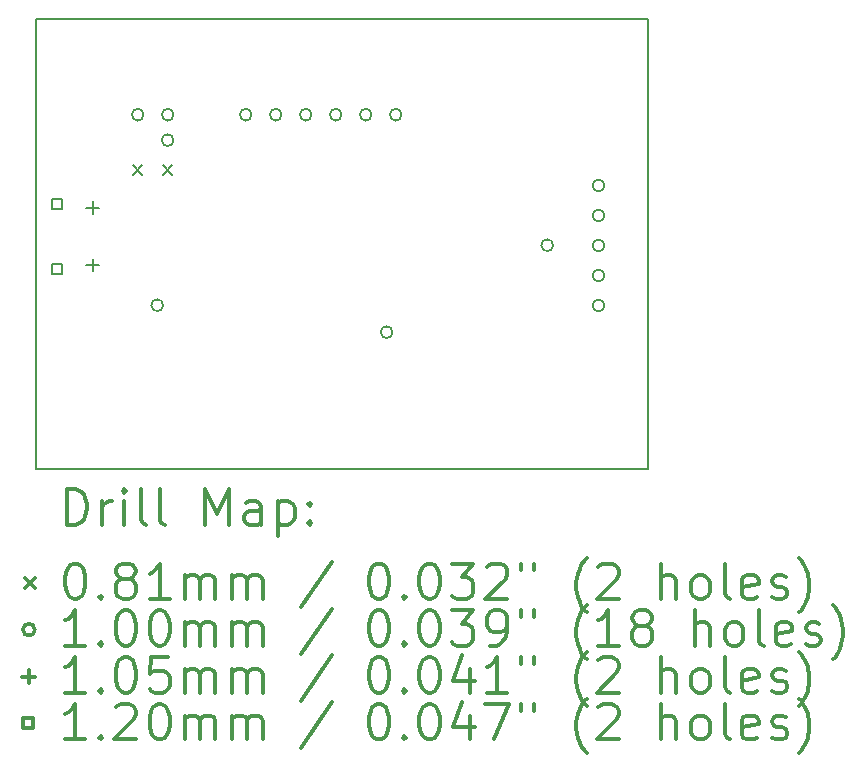
<source format=gbr>
%FSLAX45Y45*%
G04 Gerber Fmt 4.5, Leading zero omitted, Abs format (unit mm)*
G04 Created by KiCad (PCBNEW 4.0.6+dfsg1-1) date Wed May  9 15:43:25 2018*
%MOMM*%
%LPD*%
G01*
G04 APERTURE LIST*
%ADD10C,0.127000*%
%ADD11C,0.150000*%
%ADD12C,0.200000*%
%ADD13C,0.300000*%
G04 APERTURE END LIST*
D10*
D11*
X12801600Y-12801600D02*
X17983200Y-12801600D01*
X16611600Y-8991600D02*
X12801600Y-8991600D01*
X12801600Y-9093200D02*
X12801600Y-8991600D01*
X12801600Y-12801600D02*
X12801600Y-9093200D01*
X17983200Y-8991600D02*
X17983200Y-12801600D01*
X16611600Y-8991600D02*
X17983200Y-8991600D01*
D12*
X13624560Y-10233660D02*
X13705840Y-10314940D01*
X13705840Y-10233660D02*
X13624560Y-10314940D01*
X13878560Y-10233660D02*
X13959840Y-10314940D01*
X13959840Y-10233660D02*
X13878560Y-10314940D01*
X13715200Y-9804400D02*
G75*
G03X13715200Y-9804400I-50000J0D01*
G01*
X13880300Y-11417300D02*
G75*
G03X13880300Y-11417300I-50000J0D01*
G01*
X13969200Y-9804400D02*
G75*
G03X13969200Y-9804400I-50000J0D01*
G01*
X13969200Y-10020300D02*
G75*
G03X13969200Y-10020300I-50000J0D01*
G01*
X13969200Y-10020300D02*
G75*
G03X13969200Y-10020300I-50000J0D01*
G01*
X14629600Y-9804400D02*
G75*
G03X14629600Y-9804400I-50000J0D01*
G01*
X14883600Y-9804400D02*
G75*
G03X14883600Y-9804400I-50000J0D01*
G01*
X15137600Y-9804400D02*
G75*
G03X15137600Y-9804400I-50000J0D01*
G01*
X15391600Y-9804400D02*
G75*
G03X15391600Y-9804400I-50000J0D01*
G01*
X15645600Y-9804400D02*
G75*
G03X15645600Y-9804400I-50000J0D01*
G01*
X15823400Y-11645900D02*
G75*
G03X15823400Y-11645900I-50000J0D01*
G01*
X15899600Y-9804400D02*
G75*
G03X15899600Y-9804400I-50000J0D01*
G01*
X17182300Y-10909300D02*
G75*
G03X17182300Y-10909300I-50000J0D01*
G01*
X17616640Y-10403900D02*
G75*
G03X17616640Y-10403900I-50000J0D01*
G01*
X17616640Y-10657900D02*
G75*
G03X17616640Y-10657900I-50000J0D01*
G01*
X17616640Y-10911900D02*
G75*
G03X17616640Y-10911900I-50000J0D01*
G01*
X17616640Y-11165900D02*
G75*
G03X17616640Y-11165900I-50000J0D01*
G01*
X17616640Y-11419900D02*
G75*
G03X17616640Y-11419900I-50000J0D01*
G01*
X13284200Y-10539300D02*
X13284200Y-10644300D01*
X13231700Y-10591800D02*
X13336700Y-10591800D01*
X13284200Y-11023300D02*
X13284200Y-11128300D01*
X13231700Y-11075800D02*
X13336700Y-11075800D01*
X13026627Y-10603227D02*
X13026627Y-10518373D01*
X12941773Y-10518373D01*
X12941773Y-10603227D01*
X13026627Y-10603227D01*
X13026627Y-11149227D02*
X13026627Y-11064373D01*
X12941773Y-11064373D01*
X12941773Y-11149227D01*
X13026627Y-11149227D01*
D13*
X13065528Y-13274814D02*
X13065528Y-12974814D01*
X13136957Y-12974814D01*
X13179814Y-12989100D01*
X13208386Y-13017671D01*
X13222671Y-13046243D01*
X13236957Y-13103386D01*
X13236957Y-13146243D01*
X13222671Y-13203386D01*
X13208386Y-13231957D01*
X13179814Y-13260529D01*
X13136957Y-13274814D01*
X13065528Y-13274814D01*
X13365528Y-13274814D02*
X13365528Y-13074814D01*
X13365528Y-13131957D02*
X13379814Y-13103386D01*
X13394100Y-13089100D01*
X13422671Y-13074814D01*
X13451243Y-13074814D01*
X13551243Y-13274814D02*
X13551243Y-13074814D01*
X13551243Y-12974814D02*
X13536957Y-12989100D01*
X13551243Y-13003386D01*
X13565528Y-12989100D01*
X13551243Y-12974814D01*
X13551243Y-13003386D01*
X13736957Y-13274814D02*
X13708386Y-13260529D01*
X13694100Y-13231957D01*
X13694100Y-12974814D01*
X13894100Y-13274814D02*
X13865528Y-13260529D01*
X13851243Y-13231957D01*
X13851243Y-12974814D01*
X14236957Y-13274814D02*
X14236957Y-12974814D01*
X14336957Y-13189100D01*
X14436957Y-12974814D01*
X14436957Y-13274814D01*
X14708386Y-13274814D02*
X14708386Y-13117671D01*
X14694100Y-13089100D01*
X14665528Y-13074814D01*
X14608386Y-13074814D01*
X14579814Y-13089100D01*
X14708386Y-13260529D02*
X14679814Y-13274814D01*
X14608386Y-13274814D01*
X14579814Y-13260529D01*
X14565528Y-13231957D01*
X14565528Y-13203386D01*
X14579814Y-13174814D01*
X14608386Y-13160529D01*
X14679814Y-13160529D01*
X14708386Y-13146243D01*
X14851243Y-13074814D02*
X14851243Y-13374814D01*
X14851243Y-13089100D02*
X14879814Y-13074814D01*
X14936957Y-13074814D01*
X14965528Y-13089100D01*
X14979814Y-13103386D01*
X14994100Y-13131957D01*
X14994100Y-13217671D01*
X14979814Y-13246243D01*
X14965528Y-13260529D01*
X14936957Y-13274814D01*
X14879814Y-13274814D01*
X14851243Y-13260529D01*
X15122671Y-13246243D02*
X15136957Y-13260529D01*
X15122671Y-13274814D01*
X15108386Y-13260529D01*
X15122671Y-13246243D01*
X15122671Y-13274814D01*
X15122671Y-13089100D02*
X15136957Y-13103386D01*
X15122671Y-13117671D01*
X15108386Y-13103386D01*
X15122671Y-13089100D01*
X15122671Y-13117671D01*
X12712820Y-13728460D02*
X12794100Y-13809740D01*
X12794100Y-13728460D02*
X12712820Y-13809740D01*
X13122671Y-13604814D02*
X13151243Y-13604814D01*
X13179814Y-13619100D01*
X13194100Y-13633386D01*
X13208386Y-13661957D01*
X13222671Y-13719100D01*
X13222671Y-13790529D01*
X13208386Y-13847671D01*
X13194100Y-13876243D01*
X13179814Y-13890529D01*
X13151243Y-13904814D01*
X13122671Y-13904814D01*
X13094100Y-13890529D01*
X13079814Y-13876243D01*
X13065528Y-13847671D01*
X13051243Y-13790529D01*
X13051243Y-13719100D01*
X13065528Y-13661957D01*
X13079814Y-13633386D01*
X13094100Y-13619100D01*
X13122671Y-13604814D01*
X13351243Y-13876243D02*
X13365528Y-13890529D01*
X13351243Y-13904814D01*
X13336957Y-13890529D01*
X13351243Y-13876243D01*
X13351243Y-13904814D01*
X13536957Y-13733386D02*
X13508386Y-13719100D01*
X13494100Y-13704814D01*
X13479814Y-13676243D01*
X13479814Y-13661957D01*
X13494100Y-13633386D01*
X13508386Y-13619100D01*
X13536957Y-13604814D01*
X13594100Y-13604814D01*
X13622671Y-13619100D01*
X13636957Y-13633386D01*
X13651243Y-13661957D01*
X13651243Y-13676243D01*
X13636957Y-13704814D01*
X13622671Y-13719100D01*
X13594100Y-13733386D01*
X13536957Y-13733386D01*
X13508386Y-13747671D01*
X13494100Y-13761957D01*
X13479814Y-13790529D01*
X13479814Y-13847671D01*
X13494100Y-13876243D01*
X13508386Y-13890529D01*
X13536957Y-13904814D01*
X13594100Y-13904814D01*
X13622671Y-13890529D01*
X13636957Y-13876243D01*
X13651243Y-13847671D01*
X13651243Y-13790529D01*
X13636957Y-13761957D01*
X13622671Y-13747671D01*
X13594100Y-13733386D01*
X13936957Y-13904814D02*
X13765528Y-13904814D01*
X13851243Y-13904814D02*
X13851243Y-13604814D01*
X13822671Y-13647671D01*
X13794100Y-13676243D01*
X13765528Y-13690529D01*
X14065528Y-13904814D02*
X14065528Y-13704814D01*
X14065528Y-13733386D02*
X14079814Y-13719100D01*
X14108386Y-13704814D01*
X14151243Y-13704814D01*
X14179814Y-13719100D01*
X14194100Y-13747671D01*
X14194100Y-13904814D01*
X14194100Y-13747671D02*
X14208386Y-13719100D01*
X14236957Y-13704814D01*
X14279814Y-13704814D01*
X14308386Y-13719100D01*
X14322671Y-13747671D01*
X14322671Y-13904814D01*
X14465528Y-13904814D02*
X14465528Y-13704814D01*
X14465528Y-13733386D02*
X14479814Y-13719100D01*
X14508386Y-13704814D01*
X14551243Y-13704814D01*
X14579814Y-13719100D01*
X14594100Y-13747671D01*
X14594100Y-13904814D01*
X14594100Y-13747671D02*
X14608386Y-13719100D01*
X14636957Y-13704814D01*
X14679814Y-13704814D01*
X14708386Y-13719100D01*
X14722671Y-13747671D01*
X14722671Y-13904814D01*
X15308386Y-13590529D02*
X15051243Y-13976243D01*
X15694100Y-13604814D02*
X15722671Y-13604814D01*
X15751243Y-13619100D01*
X15765528Y-13633386D01*
X15779814Y-13661957D01*
X15794100Y-13719100D01*
X15794100Y-13790529D01*
X15779814Y-13847671D01*
X15765528Y-13876243D01*
X15751243Y-13890529D01*
X15722671Y-13904814D01*
X15694100Y-13904814D01*
X15665528Y-13890529D01*
X15651243Y-13876243D01*
X15636957Y-13847671D01*
X15622671Y-13790529D01*
X15622671Y-13719100D01*
X15636957Y-13661957D01*
X15651243Y-13633386D01*
X15665528Y-13619100D01*
X15694100Y-13604814D01*
X15922671Y-13876243D02*
X15936957Y-13890529D01*
X15922671Y-13904814D01*
X15908386Y-13890529D01*
X15922671Y-13876243D01*
X15922671Y-13904814D01*
X16122671Y-13604814D02*
X16151243Y-13604814D01*
X16179814Y-13619100D01*
X16194100Y-13633386D01*
X16208385Y-13661957D01*
X16222671Y-13719100D01*
X16222671Y-13790529D01*
X16208385Y-13847671D01*
X16194100Y-13876243D01*
X16179814Y-13890529D01*
X16151243Y-13904814D01*
X16122671Y-13904814D01*
X16094100Y-13890529D01*
X16079814Y-13876243D01*
X16065528Y-13847671D01*
X16051243Y-13790529D01*
X16051243Y-13719100D01*
X16065528Y-13661957D01*
X16079814Y-13633386D01*
X16094100Y-13619100D01*
X16122671Y-13604814D01*
X16322671Y-13604814D02*
X16508385Y-13604814D01*
X16408385Y-13719100D01*
X16451243Y-13719100D01*
X16479814Y-13733386D01*
X16494100Y-13747671D01*
X16508385Y-13776243D01*
X16508385Y-13847671D01*
X16494100Y-13876243D01*
X16479814Y-13890529D01*
X16451243Y-13904814D01*
X16365528Y-13904814D01*
X16336957Y-13890529D01*
X16322671Y-13876243D01*
X16622671Y-13633386D02*
X16636957Y-13619100D01*
X16665528Y-13604814D01*
X16736957Y-13604814D01*
X16765528Y-13619100D01*
X16779814Y-13633386D01*
X16794100Y-13661957D01*
X16794100Y-13690529D01*
X16779814Y-13733386D01*
X16608385Y-13904814D01*
X16794100Y-13904814D01*
X16908386Y-13604814D02*
X16908386Y-13661957D01*
X17022671Y-13604814D02*
X17022671Y-13661957D01*
X17465528Y-14019100D02*
X17451243Y-14004814D01*
X17422671Y-13961957D01*
X17408386Y-13933386D01*
X17394100Y-13890529D01*
X17379814Y-13819100D01*
X17379814Y-13761957D01*
X17394100Y-13690529D01*
X17408386Y-13647671D01*
X17422671Y-13619100D01*
X17451243Y-13576243D01*
X17465528Y-13561957D01*
X17565528Y-13633386D02*
X17579814Y-13619100D01*
X17608386Y-13604814D01*
X17679814Y-13604814D01*
X17708386Y-13619100D01*
X17722671Y-13633386D01*
X17736957Y-13661957D01*
X17736957Y-13690529D01*
X17722671Y-13733386D01*
X17551243Y-13904814D01*
X17736957Y-13904814D01*
X18094100Y-13904814D02*
X18094100Y-13604814D01*
X18222671Y-13904814D02*
X18222671Y-13747671D01*
X18208386Y-13719100D01*
X18179814Y-13704814D01*
X18136957Y-13704814D01*
X18108386Y-13719100D01*
X18094100Y-13733386D01*
X18408386Y-13904814D02*
X18379814Y-13890529D01*
X18365528Y-13876243D01*
X18351243Y-13847671D01*
X18351243Y-13761957D01*
X18365528Y-13733386D01*
X18379814Y-13719100D01*
X18408386Y-13704814D01*
X18451243Y-13704814D01*
X18479814Y-13719100D01*
X18494100Y-13733386D01*
X18508386Y-13761957D01*
X18508386Y-13847671D01*
X18494100Y-13876243D01*
X18479814Y-13890529D01*
X18451243Y-13904814D01*
X18408386Y-13904814D01*
X18679814Y-13904814D02*
X18651243Y-13890529D01*
X18636957Y-13861957D01*
X18636957Y-13604814D01*
X18908386Y-13890529D02*
X18879814Y-13904814D01*
X18822671Y-13904814D01*
X18794100Y-13890529D01*
X18779814Y-13861957D01*
X18779814Y-13747671D01*
X18794100Y-13719100D01*
X18822671Y-13704814D01*
X18879814Y-13704814D01*
X18908386Y-13719100D01*
X18922671Y-13747671D01*
X18922671Y-13776243D01*
X18779814Y-13804814D01*
X19036957Y-13890529D02*
X19065529Y-13904814D01*
X19122671Y-13904814D01*
X19151243Y-13890529D01*
X19165529Y-13861957D01*
X19165529Y-13847671D01*
X19151243Y-13819100D01*
X19122671Y-13804814D01*
X19079814Y-13804814D01*
X19051243Y-13790529D01*
X19036957Y-13761957D01*
X19036957Y-13747671D01*
X19051243Y-13719100D01*
X19079814Y-13704814D01*
X19122671Y-13704814D01*
X19151243Y-13719100D01*
X19265528Y-14019100D02*
X19279814Y-14004814D01*
X19308386Y-13961957D01*
X19322671Y-13933386D01*
X19336957Y-13890529D01*
X19351243Y-13819100D01*
X19351243Y-13761957D01*
X19336957Y-13690529D01*
X19322671Y-13647671D01*
X19308386Y-13619100D01*
X19279814Y-13576243D01*
X19265528Y-13561957D01*
X12794100Y-14165100D02*
G75*
G03X12794100Y-14165100I-50000J0D01*
G01*
X13222671Y-14300814D02*
X13051243Y-14300814D01*
X13136957Y-14300814D02*
X13136957Y-14000814D01*
X13108386Y-14043671D01*
X13079814Y-14072243D01*
X13051243Y-14086529D01*
X13351243Y-14272243D02*
X13365528Y-14286529D01*
X13351243Y-14300814D01*
X13336957Y-14286529D01*
X13351243Y-14272243D01*
X13351243Y-14300814D01*
X13551243Y-14000814D02*
X13579814Y-14000814D01*
X13608386Y-14015100D01*
X13622671Y-14029386D01*
X13636957Y-14057957D01*
X13651243Y-14115100D01*
X13651243Y-14186529D01*
X13636957Y-14243671D01*
X13622671Y-14272243D01*
X13608386Y-14286529D01*
X13579814Y-14300814D01*
X13551243Y-14300814D01*
X13522671Y-14286529D01*
X13508386Y-14272243D01*
X13494100Y-14243671D01*
X13479814Y-14186529D01*
X13479814Y-14115100D01*
X13494100Y-14057957D01*
X13508386Y-14029386D01*
X13522671Y-14015100D01*
X13551243Y-14000814D01*
X13836957Y-14000814D02*
X13865528Y-14000814D01*
X13894100Y-14015100D01*
X13908386Y-14029386D01*
X13922671Y-14057957D01*
X13936957Y-14115100D01*
X13936957Y-14186529D01*
X13922671Y-14243671D01*
X13908386Y-14272243D01*
X13894100Y-14286529D01*
X13865528Y-14300814D01*
X13836957Y-14300814D01*
X13808386Y-14286529D01*
X13794100Y-14272243D01*
X13779814Y-14243671D01*
X13765528Y-14186529D01*
X13765528Y-14115100D01*
X13779814Y-14057957D01*
X13794100Y-14029386D01*
X13808386Y-14015100D01*
X13836957Y-14000814D01*
X14065528Y-14300814D02*
X14065528Y-14100814D01*
X14065528Y-14129386D02*
X14079814Y-14115100D01*
X14108386Y-14100814D01*
X14151243Y-14100814D01*
X14179814Y-14115100D01*
X14194100Y-14143671D01*
X14194100Y-14300814D01*
X14194100Y-14143671D02*
X14208386Y-14115100D01*
X14236957Y-14100814D01*
X14279814Y-14100814D01*
X14308386Y-14115100D01*
X14322671Y-14143671D01*
X14322671Y-14300814D01*
X14465528Y-14300814D02*
X14465528Y-14100814D01*
X14465528Y-14129386D02*
X14479814Y-14115100D01*
X14508386Y-14100814D01*
X14551243Y-14100814D01*
X14579814Y-14115100D01*
X14594100Y-14143671D01*
X14594100Y-14300814D01*
X14594100Y-14143671D02*
X14608386Y-14115100D01*
X14636957Y-14100814D01*
X14679814Y-14100814D01*
X14708386Y-14115100D01*
X14722671Y-14143671D01*
X14722671Y-14300814D01*
X15308386Y-13986529D02*
X15051243Y-14372243D01*
X15694100Y-14000814D02*
X15722671Y-14000814D01*
X15751243Y-14015100D01*
X15765528Y-14029386D01*
X15779814Y-14057957D01*
X15794100Y-14115100D01*
X15794100Y-14186529D01*
X15779814Y-14243671D01*
X15765528Y-14272243D01*
X15751243Y-14286529D01*
X15722671Y-14300814D01*
X15694100Y-14300814D01*
X15665528Y-14286529D01*
X15651243Y-14272243D01*
X15636957Y-14243671D01*
X15622671Y-14186529D01*
X15622671Y-14115100D01*
X15636957Y-14057957D01*
X15651243Y-14029386D01*
X15665528Y-14015100D01*
X15694100Y-14000814D01*
X15922671Y-14272243D02*
X15936957Y-14286529D01*
X15922671Y-14300814D01*
X15908386Y-14286529D01*
X15922671Y-14272243D01*
X15922671Y-14300814D01*
X16122671Y-14000814D02*
X16151243Y-14000814D01*
X16179814Y-14015100D01*
X16194100Y-14029386D01*
X16208385Y-14057957D01*
X16222671Y-14115100D01*
X16222671Y-14186529D01*
X16208385Y-14243671D01*
X16194100Y-14272243D01*
X16179814Y-14286529D01*
X16151243Y-14300814D01*
X16122671Y-14300814D01*
X16094100Y-14286529D01*
X16079814Y-14272243D01*
X16065528Y-14243671D01*
X16051243Y-14186529D01*
X16051243Y-14115100D01*
X16065528Y-14057957D01*
X16079814Y-14029386D01*
X16094100Y-14015100D01*
X16122671Y-14000814D01*
X16322671Y-14000814D02*
X16508385Y-14000814D01*
X16408385Y-14115100D01*
X16451243Y-14115100D01*
X16479814Y-14129386D01*
X16494100Y-14143671D01*
X16508385Y-14172243D01*
X16508385Y-14243671D01*
X16494100Y-14272243D01*
X16479814Y-14286529D01*
X16451243Y-14300814D01*
X16365528Y-14300814D01*
X16336957Y-14286529D01*
X16322671Y-14272243D01*
X16651243Y-14300814D02*
X16708385Y-14300814D01*
X16736957Y-14286529D01*
X16751243Y-14272243D01*
X16779814Y-14229386D01*
X16794100Y-14172243D01*
X16794100Y-14057957D01*
X16779814Y-14029386D01*
X16765528Y-14015100D01*
X16736957Y-14000814D01*
X16679814Y-14000814D01*
X16651243Y-14015100D01*
X16636957Y-14029386D01*
X16622671Y-14057957D01*
X16622671Y-14129386D01*
X16636957Y-14157957D01*
X16651243Y-14172243D01*
X16679814Y-14186529D01*
X16736957Y-14186529D01*
X16765528Y-14172243D01*
X16779814Y-14157957D01*
X16794100Y-14129386D01*
X16908386Y-14000814D02*
X16908386Y-14057957D01*
X17022671Y-14000814D02*
X17022671Y-14057957D01*
X17465528Y-14415100D02*
X17451243Y-14400814D01*
X17422671Y-14357957D01*
X17408386Y-14329386D01*
X17394100Y-14286529D01*
X17379814Y-14215100D01*
X17379814Y-14157957D01*
X17394100Y-14086529D01*
X17408386Y-14043671D01*
X17422671Y-14015100D01*
X17451243Y-13972243D01*
X17465528Y-13957957D01*
X17736957Y-14300814D02*
X17565528Y-14300814D01*
X17651243Y-14300814D02*
X17651243Y-14000814D01*
X17622671Y-14043671D01*
X17594100Y-14072243D01*
X17565528Y-14086529D01*
X17908386Y-14129386D02*
X17879814Y-14115100D01*
X17865528Y-14100814D01*
X17851243Y-14072243D01*
X17851243Y-14057957D01*
X17865528Y-14029386D01*
X17879814Y-14015100D01*
X17908386Y-14000814D01*
X17965528Y-14000814D01*
X17994100Y-14015100D01*
X18008386Y-14029386D01*
X18022671Y-14057957D01*
X18022671Y-14072243D01*
X18008386Y-14100814D01*
X17994100Y-14115100D01*
X17965528Y-14129386D01*
X17908386Y-14129386D01*
X17879814Y-14143671D01*
X17865528Y-14157957D01*
X17851243Y-14186529D01*
X17851243Y-14243671D01*
X17865528Y-14272243D01*
X17879814Y-14286529D01*
X17908386Y-14300814D01*
X17965528Y-14300814D01*
X17994100Y-14286529D01*
X18008386Y-14272243D01*
X18022671Y-14243671D01*
X18022671Y-14186529D01*
X18008386Y-14157957D01*
X17994100Y-14143671D01*
X17965528Y-14129386D01*
X18379814Y-14300814D02*
X18379814Y-14000814D01*
X18508386Y-14300814D02*
X18508386Y-14143671D01*
X18494100Y-14115100D01*
X18465528Y-14100814D01*
X18422671Y-14100814D01*
X18394100Y-14115100D01*
X18379814Y-14129386D01*
X18694100Y-14300814D02*
X18665528Y-14286529D01*
X18651243Y-14272243D01*
X18636957Y-14243671D01*
X18636957Y-14157957D01*
X18651243Y-14129386D01*
X18665528Y-14115100D01*
X18694100Y-14100814D01*
X18736957Y-14100814D01*
X18765528Y-14115100D01*
X18779814Y-14129386D01*
X18794100Y-14157957D01*
X18794100Y-14243671D01*
X18779814Y-14272243D01*
X18765528Y-14286529D01*
X18736957Y-14300814D01*
X18694100Y-14300814D01*
X18965528Y-14300814D02*
X18936957Y-14286529D01*
X18922671Y-14257957D01*
X18922671Y-14000814D01*
X19194100Y-14286529D02*
X19165529Y-14300814D01*
X19108386Y-14300814D01*
X19079814Y-14286529D01*
X19065529Y-14257957D01*
X19065529Y-14143671D01*
X19079814Y-14115100D01*
X19108386Y-14100814D01*
X19165529Y-14100814D01*
X19194100Y-14115100D01*
X19208386Y-14143671D01*
X19208386Y-14172243D01*
X19065529Y-14200814D01*
X19322671Y-14286529D02*
X19351243Y-14300814D01*
X19408386Y-14300814D01*
X19436957Y-14286529D01*
X19451243Y-14257957D01*
X19451243Y-14243671D01*
X19436957Y-14215100D01*
X19408386Y-14200814D01*
X19365529Y-14200814D01*
X19336957Y-14186529D01*
X19322671Y-14157957D01*
X19322671Y-14143671D01*
X19336957Y-14115100D01*
X19365529Y-14100814D01*
X19408386Y-14100814D01*
X19436957Y-14115100D01*
X19551243Y-14415100D02*
X19565529Y-14400814D01*
X19594100Y-14357957D01*
X19608386Y-14329386D01*
X19622671Y-14286529D01*
X19636957Y-14215100D01*
X19636957Y-14157957D01*
X19622671Y-14086529D01*
X19608386Y-14043671D01*
X19594100Y-14015100D01*
X19565529Y-13972243D01*
X19551243Y-13957957D01*
X12741600Y-14508600D02*
X12741600Y-14613600D01*
X12689100Y-14561100D02*
X12794100Y-14561100D01*
X13222671Y-14696814D02*
X13051243Y-14696814D01*
X13136957Y-14696814D02*
X13136957Y-14396814D01*
X13108386Y-14439671D01*
X13079814Y-14468243D01*
X13051243Y-14482529D01*
X13351243Y-14668243D02*
X13365528Y-14682529D01*
X13351243Y-14696814D01*
X13336957Y-14682529D01*
X13351243Y-14668243D01*
X13351243Y-14696814D01*
X13551243Y-14396814D02*
X13579814Y-14396814D01*
X13608386Y-14411100D01*
X13622671Y-14425386D01*
X13636957Y-14453957D01*
X13651243Y-14511100D01*
X13651243Y-14582529D01*
X13636957Y-14639671D01*
X13622671Y-14668243D01*
X13608386Y-14682529D01*
X13579814Y-14696814D01*
X13551243Y-14696814D01*
X13522671Y-14682529D01*
X13508386Y-14668243D01*
X13494100Y-14639671D01*
X13479814Y-14582529D01*
X13479814Y-14511100D01*
X13494100Y-14453957D01*
X13508386Y-14425386D01*
X13522671Y-14411100D01*
X13551243Y-14396814D01*
X13922671Y-14396814D02*
X13779814Y-14396814D01*
X13765528Y-14539671D01*
X13779814Y-14525386D01*
X13808386Y-14511100D01*
X13879814Y-14511100D01*
X13908386Y-14525386D01*
X13922671Y-14539671D01*
X13936957Y-14568243D01*
X13936957Y-14639671D01*
X13922671Y-14668243D01*
X13908386Y-14682529D01*
X13879814Y-14696814D01*
X13808386Y-14696814D01*
X13779814Y-14682529D01*
X13765528Y-14668243D01*
X14065528Y-14696814D02*
X14065528Y-14496814D01*
X14065528Y-14525386D02*
X14079814Y-14511100D01*
X14108386Y-14496814D01*
X14151243Y-14496814D01*
X14179814Y-14511100D01*
X14194100Y-14539671D01*
X14194100Y-14696814D01*
X14194100Y-14539671D02*
X14208386Y-14511100D01*
X14236957Y-14496814D01*
X14279814Y-14496814D01*
X14308386Y-14511100D01*
X14322671Y-14539671D01*
X14322671Y-14696814D01*
X14465528Y-14696814D02*
X14465528Y-14496814D01*
X14465528Y-14525386D02*
X14479814Y-14511100D01*
X14508386Y-14496814D01*
X14551243Y-14496814D01*
X14579814Y-14511100D01*
X14594100Y-14539671D01*
X14594100Y-14696814D01*
X14594100Y-14539671D02*
X14608386Y-14511100D01*
X14636957Y-14496814D01*
X14679814Y-14496814D01*
X14708386Y-14511100D01*
X14722671Y-14539671D01*
X14722671Y-14696814D01*
X15308386Y-14382529D02*
X15051243Y-14768243D01*
X15694100Y-14396814D02*
X15722671Y-14396814D01*
X15751243Y-14411100D01*
X15765528Y-14425386D01*
X15779814Y-14453957D01*
X15794100Y-14511100D01*
X15794100Y-14582529D01*
X15779814Y-14639671D01*
X15765528Y-14668243D01*
X15751243Y-14682529D01*
X15722671Y-14696814D01*
X15694100Y-14696814D01*
X15665528Y-14682529D01*
X15651243Y-14668243D01*
X15636957Y-14639671D01*
X15622671Y-14582529D01*
X15622671Y-14511100D01*
X15636957Y-14453957D01*
X15651243Y-14425386D01*
X15665528Y-14411100D01*
X15694100Y-14396814D01*
X15922671Y-14668243D02*
X15936957Y-14682529D01*
X15922671Y-14696814D01*
X15908386Y-14682529D01*
X15922671Y-14668243D01*
X15922671Y-14696814D01*
X16122671Y-14396814D02*
X16151243Y-14396814D01*
X16179814Y-14411100D01*
X16194100Y-14425386D01*
X16208385Y-14453957D01*
X16222671Y-14511100D01*
X16222671Y-14582529D01*
X16208385Y-14639671D01*
X16194100Y-14668243D01*
X16179814Y-14682529D01*
X16151243Y-14696814D01*
X16122671Y-14696814D01*
X16094100Y-14682529D01*
X16079814Y-14668243D01*
X16065528Y-14639671D01*
X16051243Y-14582529D01*
X16051243Y-14511100D01*
X16065528Y-14453957D01*
X16079814Y-14425386D01*
X16094100Y-14411100D01*
X16122671Y-14396814D01*
X16479814Y-14496814D02*
X16479814Y-14696814D01*
X16408385Y-14382529D02*
X16336957Y-14596814D01*
X16522671Y-14596814D01*
X16794100Y-14696814D02*
X16622671Y-14696814D01*
X16708385Y-14696814D02*
X16708385Y-14396814D01*
X16679814Y-14439671D01*
X16651243Y-14468243D01*
X16622671Y-14482529D01*
X16908386Y-14396814D02*
X16908386Y-14453957D01*
X17022671Y-14396814D02*
X17022671Y-14453957D01*
X17465528Y-14811100D02*
X17451243Y-14796814D01*
X17422671Y-14753957D01*
X17408386Y-14725386D01*
X17394100Y-14682529D01*
X17379814Y-14611100D01*
X17379814Y-14553957D01*
X17394100Y-14482529D01*
X17408386Y-14439671D01*
X17422671Y-14411100D01*
X17451243Y-14368243D01*
X17465528Y-14353957D01*
X17565528Y-14425386D02*
X17579814Y-14411100D01*
X17608386Y-14396814D01*
X17679814Y-14396814D01*
X17708386Y-14411100D01*
X17722671Y-14425386D01*
X17736957Y-14453957D01*
X17736957Y-14482529D01*
X17722671Y-14525386D01*
X17551243Y-14696814D01*
X17736957Y-14696814D01*
X18094100Y-14696814D02*
X18094100Y-14396814D01*
X18222671Y-14696814D02*
X18222671Y-14539671D01*
X18208386Y-14511100D01*
X18179814Y-14496814D01*
X18136957Y-14496814D01*
X18108386Y-14511100D01*
X18094100Y-14525386D01*
X18408386Y-14696814D02*
X18379814Y-14682529D01*
X18365528Y-14668243D01*
X18351243Y-14639671D01*
X18351243Y-14553957D01*
X18365528Y-14525386D01*
X18379814Y-14511100D01*
X18408386Y-14496814D01*
X18451243Y-14496814D01*
X18479814Y-14511100D01*
X18494100Y-14525386D01*
X18508386Y-14553957D01*
X18508386Y-14639671D01*
X18494100Y-14668243D01*
X18479814Y-14682529D01*
X18451243Y-14696814D01*
X18408386Y-14696814D01*
X18679814Y-14696814D02*
X18651243Y-14682529D01*
X18636957Y-14653957D01*
X18636957Y-14396814D01*
X18908386Y-14682529D02*
X18879814Y-14696814D01*
X18822671Y-14696814D01*
X18794100Y-14682529D01*
X18779814Y-14653957D01*
X18779814Y-14539671D01*
X18794100Y-14511100D01*
X18822671Y-14496814D01*
X18879814Y-14496814D01*
X18908386Y-14511100D01*
X18922671Y-14539671D01*
X18922671Y-14568243D01*
X18779814Y-14596814D01*
X19036957Y-14682529D02*
X19065529Y-14696814D01*
X19122671Y-14696814D01*
X19151243Y-14682529D01*
X19165529Y-14653957D01*
X19165529Y-14639671D01*
X19151243Y-14611100D01*
X19122671Y-14596814D01*
X19079814Y-14596814D01*
X19051243Y-14582529D01*
X19036957Y-14553957D01*
X19036957Y-14539671D01*
X19051243Y-14511100D01*
X19079814Y-14496814D01*
X19122671Y-14496814D01*
X19151243Y-14511100D01*
X19265528Y-14811100D02*
X19279814Y-14796814D01*
X19308386Y-14753957D01*
X19322671Y-14725386D01*
X19336957Y-14682529D01*
X19351243Y-14611100D01*
X19351243Y-14553957D01*
X19336957Y-14482529D01*
X19322671Y-14439671D01*
X19308386Y-14411100D01*
X19279814Y-14368243D01*
X19265528Y-14353957D01*
X12776527Y-14999527D02*
X12776527Y-14914673D01*
X12691673Y-14914673D01*
X12691673Y-14999527D01*
X12776527Y-14999527D01*
X13222671Y-15092814D02*
X13051243Y-15092814D01*
X13136957Y-15092814D02*
X13136957Y-14792814D01*
X13108386Y-14835671D01*
X13079814Y-14864243D01*
X13051243Y-14878529D01*
X13351243Y-15064243D02*
X13365528Y-15078529D01*
X13351243Y-15092814D01*
X13336957Y-15078529D01*
X13351243Y-15064243D01*
X13351243Y-15092814D01*
X13479814Y-14821386D02*
X13494100Y-14807100D01*
X13522671Y-14792814D01*
X13594100Y-14792814D01*
X13622671Y-14807100D01*
X13636957Y-14821386D01*
X13651243Y-14849957D01*
X13651243Y-14878529D01*
X13636957Y-14921386D01*
X13465528Y-15092814D01*
X13651243Y-15092814D01*
X13836957Y-14792814D02*
X13865528Y-14792814D01*
X13894100Y-14807100D01*
X13908386Y-14821386D01*
X13922671Y-14849957D01*
X13936957Y-14907100D01*
X13936957Y-14978529D01*
X13922671Y-15035671D01*
X13908386Y-15064243D01*
X13894100Y-15078529D01*
X13865528Y-15092814D01*
X13836957Y-15092814D01*
X13808386Y-15078529D01*
X13794100Y-15064243D01*
X13779814Y-15035671D01*
X13765528Y-14978529D01*
X13765528Y-14907100D01*
X13779814Y-14849957D01*
X13794100Y-14821386D01*
X13808386Y-14807100D01*
X13836957Y-14792814D01*
X14065528Y-15092814D02*
X14065528Y-14892814D01*
X14065528Y-14921386D02*
X14079814Y-14907100D01*
X14108386Y-14892814D01*
X14151243Y-14892814D01*
X14179814Y-14907100D01*
X14194100Y-14935671D01*
X14194100Y-15092814D01*
X14194100Y-14935671D02*
X14208386Y-14907100D01*
X14236957Y-14892814D01*
X14279814Y-14892814D01*
X14308386Y-14907100D01*
X14322671Y-14935671D01*
X14322671Y-15092814D01*
X14465528Y-15092814D02*
X14465528Y-14892814D01*
X14465528Y-14921386D02*
X14479814Y-14907100D01*
X14508386Y-14892814D01*
X14551243Y-14892814D01*
X14579814Y-14907100D01*
X14594100Y-14935671D01*
X14594100Y-15092814D01*
X14594100Y-14935671D02*
X14608386Y-14907100D01*
X14636957Y-14892814D01*
X14679814Y-14892814D01*
X14708386Y-14907100D01*
X14722671Y-14935671D01*
X14722671Y-15092814D01*
X15308386Y-14778529D02*
X15051243Y-15164243D01*
X15694100Y-14792814D02*
X15722671Y-14792814D01*
X15751243Y-14807100D01*
X15765528Y-14821386D01*
X15779814Y-14849957D01*
X15794100Y-14907100D01*
X15794100Y-14978529D01*
X15779814Y-15035671D01*
X15765528Y-15064243D01*
X15751243Y-15078529D01*
X15722671Y-15092814D01*
X15694100Y-15092814D01*
X15665528Y-15078529D01*
X15651243Y-15064243D01*
X15636957Y-15035671D01*
X15622671Y-14978529D01*
X15622671Y-14907100D01*
X15636957Y-14849957D01*
X15651243Y-14821386D01*
X15665528Y-14807100D01*
X15694100Y-14792814D01*
X15922671Y-15064243D02*
X15936957Y-15078529D01*
X15922671Y-15092814D01*
X15908386Y-15078529D01*
X15922671Y-15064243D01*
X15922671Y-15092814D01*
X16122671Y-14792814D02*
X16151243Y-14792814D01*
X16179814Y-14807100D01*
X16194100Y-14821386D01*
X16208385Y-14849957D01*
X16222671Y-14907100D01*
X16222671Y-14978529D01*
X16208385Y-15035671D01*
X16194100Y-15064243D01*
X16179814Y-15078529D01*
X16151243Y-15092814D01*
X16122671Y-15092814D01*
X16094100Y-15078529D01*
X16079814Y-15064243D01*
X16065528Y-15035671D01*
X16051243Y-14978529D01*
X16051243Y-14907100D01*
X16065528Y-14849957D01*
X16079814Y-14821386D01*
X16094100Y-14807100D01*
X16122671Y-14792814D01*
X16479814Y-14892814D02*
X16479814Y-15092814D01*
X16408385Y-14778529D02*
X16336957Y-14992814D01*
X16522671Y-14992814D01*
X16608385Y-14792814D02*
X16808386Y-14792814D01*
X16679814Y-15092814D01*
X16908386Y-14792814D02*
X16908386Y-14849957D01*
X17022671Y-14792814D02*
X17022671Y-14849957D01*
X17465528Y-15207100D02*
X17451243Y-15192814D01*
X17422671Y-15149957D01*
X17408386Y-15121386D01*
X17394100Y-15078529D01*
X17379814Y-15007100D01*
X17379814Y-14949957D01*
X17394100Y-14878529D01*
X17408386Y-14835671D01*
X17422671Y-14807100D01*
X17451243Y-14764243D01*
X17465528Y-14749957D01*
X17565528Y-14821386D02*
X17579814Y-14807100D01*
X17608386Y-14792814D01*
X17679814Y-14792814D01*
X17708386Y-14807100D01*
X17722671Y-14821386D01*
X17736957Y-14849957D01*
X17736957Y-14878529D01*
X17722671Y-14921386D01*
X17551243Y-15092814D01*
X17736957Y-15092814D01*
X18094100Y-15092814D02*
X18094100Y-14792814D01*
X18222671Y-15092814D02*
X18222671Y-14935671D01*
X18208386Y-14907100D01*
X18179814Y-14892814D01*
X18136957Y-14892814D01*
X18108386Y-14907100D01*
X18094100Y-14921386D01*
X18408386Y-15092814D02*
X18379814Y-15078529D01*
X18365528Y-15064243D01*
X18351243Y-15035671D01*
X18351243Y-14949957D01*
X18365528Y-14921386D01*
X18379814Y-14907100D01*
X18408386Y-14892814D01*
X18451243Y-14892814D01*
X18479814Y-14907100D01*
X18494100Y-14921386D01*
X18508386Y-14949957D01*
X18508386Y-15035671D01*
X18494100Y-15064243D01*
X18479814Y-15078529D01*
X18451243Y-15092814D01*
X18408386Y-15092814D01*
X18679814Y-15092814D02*
X18651243Y-15078529D01*
X18636957Y-15049957D01*
X18636957Y-14792814D01*
X18908386Y-15078529D02*
X18879814Y-15092814D01*
X18822671Y-15092814D01*
X18794100Y-15078529D01*
X18779814Y-15049957D01*
X18779814Y-14935671D01*
X18794100Y-14907100D01*
X18822671Y-14892814D01*
X18879814Y-14892814D01*
X18908386Y-14907100D01*
X18922671Y-14935671D01*
X18922671Y-14964243D01*
X18779814Y-14992814D01*
X19036957Y-15078529D02*
X19065529Y-15092814D01*
X19122671Y-15092814D01*
X19151243Y-15078529D01*
X19165529Y-15049957D01*
X19165529Y-15035671D01*
X19151243Y-15007100D01*
X19122671Y-14992814D01*
X19079814Y-14992814D01*
X19051243Y-14978529D01*
X19036957Y-14949957D01*
X19036957Y-14935671D01*
X19051243Y-14907100D01*
X19079814Y-14892814D01*
X19122671Y-14892814D01*
X19151243Y-14907100D01*
X19265528Y-15207100D02*
X19279814Y-15192814D01*
X19308386Y-15149957D01*
X19322671Y-15121386D01*
X19336957Y-15078529D01*
X19351243Y-15007100D01*
X19351243Y-14949957D01*
X19336957Y-14878529D01*
X19322671Y-14835671D01*
X19308386Y-14807100D01*
X19279814Y-14764243D01*
X19265528Y-14749957D01*
M02*

</source>
